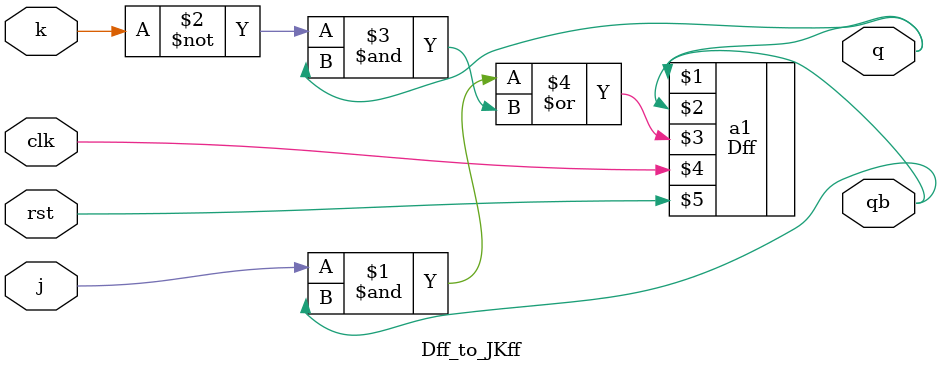
<source format=v>
`timescale 1ns / 1ps
module Dff_to_JKff(q,qb,j,k,clk,rst
);
input j,k;
input clk,rst;
output wire q,qb;
Dff a1(q,qb,((j&qb)|(~k&q)),clk,rst);
endmodule
</source>
